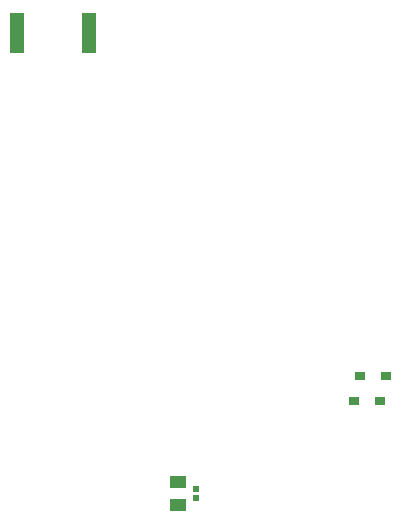
<source format=gbr>
%TF.GenerationSoftware,Altium Limited,Altium Designer,22.9.1 (49)*%
G04 Layer_Color=128*
%FSLAX45Y45*%
%MOMM*%
%TF.SameCoordinates,E77D5F78-0586-4990-9624-58BD59020D5A*%
%TF.FilePolarity,Positive*%
%TF.FileFunction,Paste,Bot*%
%TF.Part,Single*%
G01*
G75*
%TA.AperFunction,SMDPad,CuDef*%
%ADD19R,1.45000X1.00000*%
%ADD39R,0.52000X0.52000*%
%ADD60R,1.25000X3.40000*%
%ADD61R,0.90000X0.80000*%
D19*
X2449999Y1854999D02*
D03*
Y2044999D02*
D03*
D39*
X2600000Y1991000D02*
D03*
Y1909000D02*
D03*
D60*
X1085001Y5849999D02*
D03*
X1694998D02*
D03*
D61*
X4160000Y2730000D02*
D03*
X3939999D02*
D03*
X3990000Y2940000D02*
D03*
X4210000D02*
D03*
%TF.MD5,40ba4ffd5e160869e16b384cfbc947c6*%
M02*

</source>
